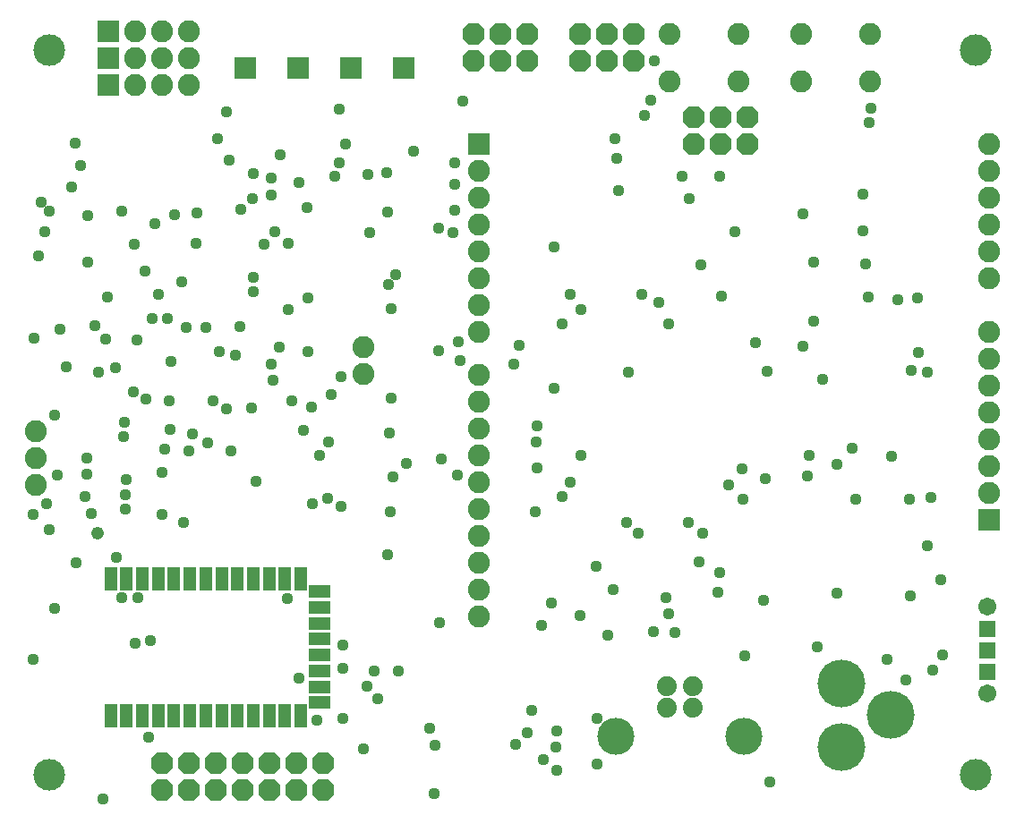
<source format=gbs>
G75*
%MOIN*%
%OFA0B0*%
%FSLAX24Y24*%
%IPPOS*%
%LPD*%
%AMOC8*
5,1,8,0,0,1.08239X$1,22.5*
%
%ADD10C,0.1780*%
%ADD11R,0.0820X0.0820*%
%ADD12C,0.0820*%
%ADD13C,0.1182*%
%ADD14OC8,0.0820*%
%ADD15R,0.0595X0.0595*%
%ADD16C,0.0671*%
%ADD17R,0.0848X0.0848*%
%ADD18C,0.0740*%
%ADD19C,0.1380*%
%ADD20R,0.0474X0.0867*%
%ADD21R,0.0789X0.0474*%
%ADD22C,0.0437*%
%ADD23C,0.0476*%
D10*
X031317Y003593D03*
X033167Y004774D03*
X031317Y005955D03*
D11*
X036817Y012061D03*
X017817Y026061D03*
X004017Y028261D03*
X004017Y029261D03*
X004017Y030261D03*
D12*
X005017Y030261D03*
X006017Y030261D03*
X007017Y030261D03*
X007017Y029261D03*
X007017Y028261D03*
X006017Y028261D03*
X005017Y028261D03*
X005017Y029261D03*
X006017Y029261D03*
X017817Y025061D03*
X017817Y024061D03*
X017817Y023061D03*
X017817Y022061D03*
X017817Y021061D03*
X017817Y020061D03*
X017817Y019061D03*
X017817Y017461D03*
X017817Y016461D03*
X017817Y015461D03*
X017817Y014461D03*
X017817Y013461D03*
X017817Y012461D03*
X017817Y011461D03*
X017817Y010461D03*
X017817Y009461D03*
X017817Y008461D03*
X013517Y017481D03*
X013517Y018481D03*
X024937Y028371D03*
X024937Y030151D03*
X027497Y030151D03*
X027497Y028371D03*
X029837Y028371D03*
X029837Y030151D03*
X032397Y030151D03*
X032397Y028371D03*
X036817Y026061D03*
X036817Y025061D03*
X036817Y024061D03*
X036817Y023061D03*
X036817Y022061D03*
X036817Y021061D03*
X036817Y019061D03*
X036817Y018061D03*
X036817Y017061D03*
X036817Y016061D03*
X036817Y015061D03*
X036817Y014061D03*
X036817Y013061D03*
X001317Y013361D03*
X001317Y014361D03*
X001317Y015361D03*
D13*
X001817Y002561D03*
X001817Y029561D03*
X036317Y029561D03*
X036317Y002561D03*
D14*
X012017Y002981D03*
X012017Y001981D03*
X011017Y001981D03*
X010017Y001981D03*
X010017Y002981D03*
X011017Y002981D03*
X009017Y002981D03*
X008017Y002981D03*
X008017Y001981D03*
X009017Y001981D03*
X007017Y001981D03*
X007017Y002981D03*
X006017Y002981D03*
X006017Y001981D03*
X025817Y026061D03*
X026817Y026061D03*
X027817Y026061D03*
X027817Y027061D03*
X026817Y027061D03*
X025817Y027061D03*
X023587Y029161D03*
X022587Y029161D03*
X021587Y029161D03*
X021587Y030161D03*
X022587Y030161D03*
X023587Y030161D03*
X019617Y030161D03*
X018617Y030161D03*
X017617Y030161D03*
X017617Y029161D03*
X018617Y029161D03*
X019617Y029161D03*
D15*
X036767Y007969D03*
X036767Y007181D03*
X036767Y006394D03*
D16*
X036782Y005567D03*
X036782Y008795D03*
D17*
X015025Y028891D03*
X013057Y028891D03*
X011085Y028891D03*
X009117Y028891D03*
D18*
X024825Y005841D03*
X025809Y005841D03*
X025809Y005061D03*
X024825Y005061D03*
D19*
X022947Y003991D03*
X027687Y003991D03*
D20*
X011203Y004743D03*
X010613Y004743D03*
X010022Y004743D03*
X009432Y004743D03*
X008841Y004743D03*
X008251Y004743D03*
X007660Y004743D03*
X007069Y004743D03*
X006479Y004743D03*
X005888Y004743D03*
X005298Y004743D03*
X004707Y004743D03*
X004117Y004743D03*
X004117Y009861D03*
X004707Y009861D03*
X005298Y009861D03*
X005888Y009861D03*
X006479Y009861D03*
X007069Y009861D03*
X007660Y009861D03*
X008251Y009861D03*
X008841Y009861D03*
X009432Y009861D03*
X010022Y009861D03*
X010613Y009861D03*
X011203Y009861D03*
D21*
X011892Y009369D03*
X011892Y008779D03*
X011892Y008188D03*
X011892Y007597D03*
X011892Y007007D03*
X011892Y006416D03*
X011892Y005826D03*
X011892Y005235D03*
D22*
X011797Y004571D03*
X012777Y004641D03*
X013527Y003521D03*
X014077Y005381D03*
X013667Y005831D03*
X013917Y006421D03*
X014847Y006411D03*
X012777Y006511D03*
X012777Y007391D03*
X011117Y006161D03*
X010687Y009101D03*
X014417Y010761D03*
X014517Y012361D03*
X014617Y013661D03*
X015117Y014161D03*
X014507Y015281D03*
X014567Y016581D03*
X012697Y017391D03*
X012327Y016721D03*
X011607Y016231D03*
X010857Y016491D03*
X010177Y017241D03*
X010107Y017841D03*
X010387Y018491D03*
X011477Y018301D03*
X010717Y019871D03*
X011477Y020311D03*
X009447Y020531D03*
X009437Y021081D03*
X009817Y022321D03*
X010227Y022771D03*
X010747Y022331D03*
X011437Y023681D03*
X011117Y024611D03*
X010087Y024771D03*
X010087Y024131D03*
X009397Y024001D03*
X008967Y023621D03*
X009417Y024961D03*
X008517Y025461D03*
X008097Y026261D03*
X008417Y027261D03*
X010417Y025661D03*
X012467Y024851D03*
X012617Y025361D03*
X013697Y024911D03*
X014387Y024991D03*
X015407Y025791D03*
X016927Y025361D03*
X016917Y024561D03*
X016947Y023581D03*
X016347Y022911D03*
X016867Y022761D03*
X014747Y021181D03*
X014477Y020801D03*
X014557Y019901D03*
X016327Y018331D03*
X017067Y018671D03*
X017117Y017991D03*
X019117Y017861D03*
X019317Y018561D03*
X020937Y019341D03*
X021617Y019891D03*
X021247Y020431D03*
X020617Y022211D03*
X023027Y024321D03*
X022957Y025511D03*
X022887Y026261D03*
X024007Y027121D03*
X024237Y027681D03*
X024367Y029131D03*
X025397Y024831D03*
X025667Y024021D03*
X026797Y024861D03*
X027377Y022791D03*
X026107Y021561D03*
X026877Y020381D03*
X024887Y019341D03*
X024547Y020161D03*
X023897Y020431D03*
X023387Y017541D03*
X020617Y016961D03*
X020007Y015541D03*
X019967Y014961D03*
X019997Y013971D03*
X021247Y013461D03*
X020937Y012921D03*
X019947Y012331D03*
X022207Y010301D03*
X022817Y009431D03*
X021607Y008481D03*
X020517Y008961D03*
X020167Y008121D03*
X022637Y007731D03*
X024337Y007891D03*
X025147Y007831D03*
X024897Y008541D03*
X024807Y009161D03*
X026047Y010491D03*
X026797Y010081D03*
X026747Y009351D03*
X028417Y009041D03*
X030427Y007301D03*
X031177Y009301D03*
X033887Y009201D03*
X035037Y009811D03*
X034517Y011071D03*
X034657Y012871D03*
X033857Y012821D03*
X033197Y014411D03*
X031727Y014701D03*
X031157Y014101D03*
X030137Y014431D03*
X030067Y013681D03*
X028497Y013581D03*
X027647Y013961D03*
X027147Y013361D03*
X027657Y012801D03*
X026167Y011531D03*
X025627Y011951D03*
X023757Y011531D03*
X023317Y011961D03*
X021617Y014461D03*
X017047Y013701D03*
X016447Y014311D03*
X012697Y012541D03*
X012207Y012851D03*
X011627Y012651D03*
X011887Y014441D03*
X012217Y014961D03*
X011287Y015371D03*
X009367Y016211D03*
X008437Y016171D03*
X007937Y016471D03*
X007177Y015261D03*
X007727Y014901D03*
X007027Y014621D03*
X006147Y014681D03*
X006337Y015411D03*
X006287Y016481D03*
X005447Y016561D03*
X004977Y016821D03*
X004287Y017701D03*
X003667Y017551D03*
X002457Y017751D03*
X001267Y018821D03*
X002247Y019161D03*
X003547Y019281D03*
X003927Y018771D03*
X005087Y018761D03*
X005667Y019561D03*
X006217Y019541D03*
X006917Y019221D03*
X007677Y019221D03*
X008167Y018301D03*
X008757Y018171D03*
X008917Y019251D03*
X006757Y020911D03*
X005907Y020461D03*
X005407Y021301D03*
X004987Y022321D03*
X005757Y023081D03*
X006507Y023411D03*
X007327Y023471D03*
X007307Y022331D03*
X004547Y023531D03*
X003277Y023381D03*
X002667Y024461D03*
X002987Y025261D03*
X002787Y026091D03*
X001517Y023891D03*
X001817Y023541D03*
X001667Y022771D03*
X001437Y021881D03*
X003267Y021641D03*
X003987Y020361D03*
X006357Y017961D03*
X004627Y015671D03*
X004607Y015151D03*
X003217Y014361D03*
X003227Y013741D03*
X003167Y012921D03*
X003407Y012271D03*
X004677Y012441D03*
X004667Y012971D03*
X004687Y013561D03*
X006037Y013821D03*
X006037Y012251D03*
X006837Y011941D03*
X004317Y010661D03*
X002817Y010441D03*
X001817Y011691D03*
X001217Y012261D03*
X001717Y012661D03*
X002117Y013701D03*
X002017Y015961D03*
X008587Y014611D03*
X009527Y013491D03*
X005117Y009161D03*
X004517Y009161D03*
X005017Y007441D03*
X005587Y007551D03*
X002017Y008761D03*
X001217Y006861D03*
X005517Y003961D03*
X003817Y001661D03*
X016007Y004281D03*
X016207Y003661D03*
X016177Y001851D03*
X019197Y003691D03*
X019647Y004111D03*
X019807Y004951D03*
X020727Y004181D03*
X020687Y003591D03*
X020247Y003121D03*
X020717Y002701D03*
X022217Y002961D03*
X022217Y004661D03*
X027737Y006971D03*
X028667Y002281D03*
X033717Y006091D03*
X033047Y006841D03*
X034727Y006431D03*
X035107Y007011D03*
X031867Y012811D03*
X030617Y017271D03*
X029907Y018511D03*
X030307Y019461D03*
X032337Y020331D03*
X033417Y020251D03*
X034167Y020311D03*
X032227Y021581D03*
X032117Y022821D03*
X032117Y024171D03*
X029897Y023461D03*
X030297Y021651D03*
X028127Y018641D03*
X028577Y017571D03*
X033927Y017611D03*
X034527Y017561D03*
X034197Y018281D03*
X032377Y026851D03*
X032417Y027391D03*
X017217Y027661D03*
X012617Y027361D03*
X012867Y026061D03*
X014417Y023511D03*
X013767Y022731D03*
X016367Y008221D03*
D23*
X003647Y011551D03*
M02*

</source>
